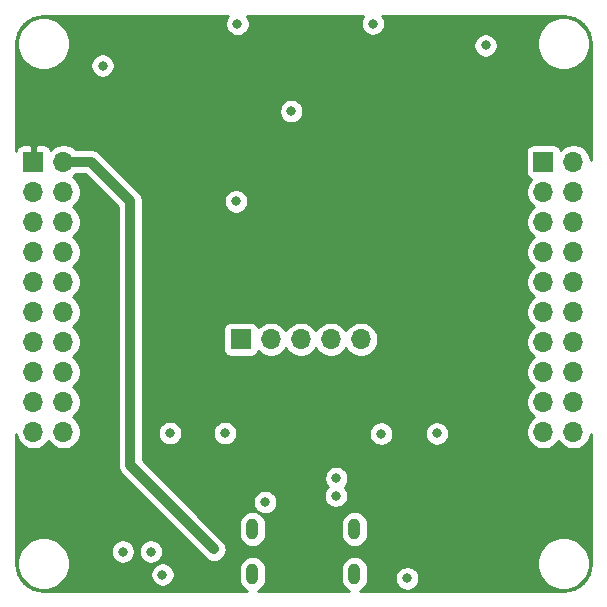
<source format=gbr>
%TF.GenerationSoftware,KiCad,Pcbnew,(5.1.10-1-10_14)*%
%TF.CreationDate,2021-10-31T18:44:30+08:00*%
%TF.ProjectId,esp32solo_devboard,65737033-3273-46f6-9c6f-5f646576626f,rev?*%
%TF.SameCoordinates,Original*%
%TF.FileFunction,Copper,L3,Inr*%
%TF.FilePolarity,Positive*%
%FSLAX46Y46*%
G04 Gerber Fmt 4.6, Leading zero omitted, Abs format (unit mm)*
G04 Created by KiCad (PCBNEW (5.1.10-1-10_14)) date 2021-10-31 18:44:30*
%MOMM*%
%LPD*%
G01*
G04 APERTURE LIST*
%TA.AperFunction,ComponentPad*%
%ADD10O,1.700000X1.700000*%
%TD*%
%TA.AperFunction,ComponentPad*%
%ADD11R,1.700000X1.700000*%
%TD*%
%TA.AperFunction,ComponentPad*%
%ADD12O,0.999998X1.799996*%
%TD*%
%TA.AperFunction,ViaPad*%
%ADD13C,0.800000*%
%TD*%
%TA.AperFunction,Conductor*%
%ADD14C,0.850000*%
%TD*%
%TA.AperFunction,Conductor*%
%ADD15C,0.254000*%
%TD*%
%TA.AperFunction,Conductor*%
%ADD16C,0.100000*%
%TD*%
G04 APERTURE END LIST*
D10*
%TO.N,EN*%
%TO.C,J3*%
X129860000Y-78030000D03*
%TO.N,IO0*%
X127320000Y-78030000D03*
%TO.N,TXD0*%
X124780000Y-78030000D03*
%TO.N,RXD0*%
X122240000Y-78030000D03*
D11*
%TO.N,GND*%
X119700000Y-78030000D03*
%TD*%
D10*
%TO.N,SD1*%
%TO.C,J2*%
X147860000Y-85860000D03*
%TO.N,SD0*%
X145320000Y-85860000D03*
%TO.N,IO2*%
X147860000Y-83320000D03*
%TO.N,IO15*%
X145320000Y-83320000D03*
%TO.N,IO4*%
X147860000Y-80780000D03*
%TO.N,IO0*%
X145320000Y-80780000D03*
%TO.N,IO17*%
X147860000Y-78240000D03*
%TO.N,IO16*%
X145320000Y-78240000D03*
%TO.N,IO18*%
X147860000Y-75700000D03*
%TO.N,IO5*%
X145320000Y-75700000D03*
%TO.N,EN*%
X147860000Y-73160000D03*
%TO.N,IO19*%
X145320000Y-73160000D03*
%TO.N,RXD0*%
X147860000Y-70620000D03*
%TO.N,IO21*%
X145320000Y-70620000D03*
%TO.N,IO22*%
X147860000Y-68080000D03*
%TO.N,TXD0*%
X145320000Y-68080000D03*
%TO.N,GND*%
X147860000Y-65540000D03*
%TO.N,IO23*%
X145320000Y-65540000D03*
%TO.N,GND*%
X147860000Y-63000000D03*
D11*
X145320000Y-63000000D03*
%TD*%
D10*
%TO.N,CLK*%
%TO.C,J1*%
X104680000Y-85860000D03*
%TO.N,CMD*%
X102140000Y-85860000D03*
%TO.N,SD3*%
X104680000Y-83320000D03*
%TO.N,SD2*%
X102140000Y-83320000D03*
%TO.N,IO13*%
X104680000Y-80780000D03*
%TO.N,IO12*%
X102140000Y-80780000D03*
%TO.N,IO14*%
X104680000Y-78240000D03*
%TO.N,IO27*%
X102140000Y-78240000D03*
%TO.N,IO26*%
X104680000Y-75700000D03*
%TO.N,IO25*%
X102140000Y-75700000D03*
%TO.N,IO33*%
X104680000Y-73160000D03*
%TO.N,IO32*%
X102140000Y-73160000D03*
%TO.N,IO35*%
X104680000Y-70620000D03*
%TO.N,IO34*%
X102140000Y-70620000D03*
%TO.N,SENSOR_VN*%
X104680000Y-68080000D03*
%TO.N,SENSOR_VP*%
X102140000Y-68080000D03*
%TO.N,GND*%
X104680000Y-65540000D03*
%TO.N,EN*%
X102140000Y-65540000D03*
%TO.N,VBUS*%
X104680000Y-63000000D03*
D11*
%TO.N,+3V3*%
X102140000Y-63000000D03*
%TD*%
D12*
%TO.N,Net-(C1-Pad1)*%
%TO.C,P1*%
X129320159Y-97900047D03*
X129320159Y-94099953D03*
X120680095Y-97900047D03*
X120680095Y-94099953D03*
%TD*%
D13*
%TO.N,GND*%
X123970000Y-58710000D03*
X119290000Y-66340000D03*
X130870000Y-51290000D03*
X119400000Y-51330000D03*
X133780000Y-98260000D03*
X127780000Y-89780000D03*
X127749931Y-91269931D03*
X131580000Y-86020000D03*
X121750000Y-91810000D03*
X113060000Y-97940000D03*
X112075000Y-96005000D03*
X109700000Y-96005000D03*
X107990000Y-54860000D03*
X118340000Y-85980000D03*
%TO.N,EN*%
X113700000Y-85980000D03*
%TO.N,+3V3*%
X119440000Y-53200000D03*
X135550000Y-68790000D03*
X116680000Y-91360000D03*
X109700000Y-93055000D03*
%TO.N,IO0*%
X136299970Y-86000000D03*
%TO.N,IO2*%
X140420000Y-53142500D03*
%TO.N,VBUS*%
X117430000Y-95810000D03*
%TD*%
D14*
%TO.N,VBUS*%
X104680000Y-63000000D02*
X106980000Y-63000000D01*
X106980000Y-63000000D02*
X110330000Y-66350000D01*
X110330000Y-88710000D02*
X117430000Y-95810000D01*
X110330000Y-66350000D02*
X110330000Y-88710000D01*
%TD*%
D15*
%TO.N,+3V3*%
X118596063Y-50670226D02*
X118482795Y-50839744D01*
X118404774Y-51028102D01*
X118365000Y-51228061D01*
X118365000Y-51431939D01*
X118404774Y-51631898D01*
X118482795Y-51820256D01*
X118596063Y-51989774D01*
X118740226Y-52133937D01*
X118909744Y-52247205D01*
X119098102Y-52325226D01*
X119298061Y-52365000D01*
X119501939Y-52365000D01*
X119701898Y-52325226D01*
X119890256Y-52247205D01*
X120059774Y-52133937D01*
X120203937Y-51989774D01*
X120317205Y-51820256D01*
X120395226Y-51631898D01*
X120435000Y-51431939D01*
X120435000Y-51228061D01*
X120395226Y-51028102D01*
X120317205Y-50839744D01*
X120203937Y-50670226D01*
X120193711Y-50660000D01*
X130046169Y-50660000D01*
X129952795Y-50799744D01*
X129874774Y-50988102D01*
X129835000Y-51188061D01*
X129835000Y-51391939D01*
X129874774Y-51591898D01*
X129952795Y-51780256D01*
X130066063Y-51949774D01*
X130210226Y-52093937D01*
X130379744Y-52207205D01*
X130568102Y-52285226D01*
X130768061Y-52325000D01*
X130971939Y-52325000D01*
X131171898Y-52285226D01*
X131360256Y-52207205D01*
X131529774Y-52093937D01*
X131673937Y-51949774D01*
X131787205Y-51780256D01*
X131865226Y-51591898D01*
X131905000Y-51391939D01*
X131905000Y-51188061D01*
X131865226Y-50988102D01*
X131787205Y-50799744D01*
X131693831Y-50660000D01*
X146967721Y-50660000D01*
X147453893Y-50707670D01*
X147890498Y-50839489D01*
X148293185Y-51053600D01*
X148646612Y-51341848D01*
X148937327Y-51693261D01*
X149154242Y-52094439D01*
X149289106Y-52530113D01*
X149340000Y-53014344D01*
X149340000Y-62828605D01*
X149287932Y-62566842D01*
X149175990Y-62296589D01*
X149013475Y-62053368D01*
X148806632Y-61846525D01*
X148563411Y-61684010D01*
X148293158Y-61572068D01*
X148006260Y-61515000D01*
X147713740Y-61515000D01*
X147426842Y-61572068D01*
X147156589Y-61684010D01*
X146913368Y-61846525D01*
X146781513Y-61978380D01*
X146759502Y-61905820D01*
X146700537Y-61795506D01*
X146621185Y-61698815D01*
X146524494Y-61619463D01*
X146414180Y-61560498D01*
X146294482Y-61524188D01*
X146170000Y-61511928D01*
X144470000Y-61511928D01*
X144345518Y-61524188D01*
X144225820Y-61560498D01*
X144115506Y-61619463D01*
X144018815Y-61698815D01*
X143939463Y-61795506D01*
X143880498Y-61905820D01*
X143844188Y-62025518D01*
X143831928Y-62150000D01*
X143831928Y-63850000D01*
X143844188Y-63974482D01*
X143880498Y-64094180D01*
X143939463Y-64204494D01*
X144018815Y-64301185D01*
X144115506Y-64380537D01*
X144225820Y-64439502D01*
X144298380Y-64461513D01*
X144166525Y-64593368D01*
X144004010Y-64836589D01*
X143892068Y-65106842D01*
X143835000Y-65393740D01*
X143835000Y-65686260D01*
X143892068Y-65973158D01*
X144004010Y-66243411D01*
X144166525Y-66486632D01*
X144373368Y-66693475D01*
X144547760Y-66810000D01*
X144373368Y-66926525D01*
X144166525Y-67133368D01*
X144004010Y-67376589D01*
X143892068Y-67646842D01*
X143835000Y-67933740D01*
X143835000Y-68226260D01*
X143892068Y-68513158D01*
X144004010Y-68783411D01*
X144166525Y-69026632D01*
X144373368Y-69233475D01*
X144547760Y-69350000D01*
X144373368Y-69466525D01*
X144166525Y-69673368D01*
X144004010Y-69916589D01*
X143892068Y-70186842D01*
X143835000Y-70473740D01*
X143835000Y-70766260D01*
X143892068Y-71053158D01*
X144004010Y-71323411D01*
X144166525Y-71566632D01*
X144373368Y-71773475D01*
X144547760Y-71890000D01*
X144373368Y-72006525D01*
X144166525Y-72213368D01*
X144004010Y-72456589D01*
X143892068Y-72726842D01*
X143835000Y-73013740D01*
X143835000Y-73306260D01*
X143892068Y-73593158D01*
X144004010Y-73863411D01*
X144166525Y-74106632D01*
X144373368Y-74313475D01*
X144547760Y-74430000D01*
X144373368Y-74546525D01*
X144166525Y-74753368D01*
X144004010Y-74996589D01*
X143892068Y-75266842D01*
X143835000Y-75553740D01*
X143835000Y-75846260D01*
X143892068Y-76133158D01*
X144004010Y-76403411D01*
X144166525Y-76646632D01*
X144373368Y-76853475D01*
X144547760Y-76970000D01*
X144373368Y-77086525D01*
X144166525Y-77293368D01*
X144004010Y-77536589D01*
X143892068Y-77806842D01*
X143835000Y-78093740D01*
X143835000Y-78386260D01*
X143892068Y-78673158D01*
X144004010Y-78943411D01*
X144166525Y-79186632D01*
X144373368Y-79393475D01*
X144547760Y-79510000D01*
X144373368Y-79626525D01*
X144166525Y-79833368D01*
X144004010Y-80076589D01*
X143892068Y-80346842D01*
X143835000Y-80633740D01*
X143835000Y-80926260D01*
X143892068Y-81213158D01*
X144004010Y-81483411D01*
X144166525Y-81726632D01*
X144373368Y-81933475D01*
X144547760Y-82050000D01*
X144373368Y-82166525D01*
X144166525Y-82373368D01*
X144004010Y-82616589D01*
X143892068Y-82886842D01*
X143835000Y-83173740D01*
X143835000Y-83466260D01*
X143892068Y-83753158D01*
X144004010Y-84023411D01*
X144166525Y-84266632D01*
X144373368Y-84473475D01*
X144547760Y-84590000D01*
X144373368Y-84706525D01*
X144166525Y-84913368D01*
X144004010Y-85156589D01*
X143892068Y-85426842D01*
X143835000Y-85713740D01*
X143835000Y-86006260D01*
X143892068Y-86293158D01*
X144004010Y-86563411D01*
X144166525Y-86806632D01*
X144373368Y-87013475D01*
X144616589Y-87175990D01*
X144886842Y-87287932D01*
X145173740Y-87345000D01*
X145466260Y-87345000D01*
X145753158Y-87287932D01*
X146023411Y-87175990D01*
X146266632Y-87013475D01*
X146473475Y-86806632D01*
X146590000Y-86632240D01*
X146706525Y-86806632D01*
X146913368Y-87013475D01*
X147156589Y-87175990D01*
X147426842Y-87287932D01*
X147713740Y-87345000D01*
X148006260Y-87345000D01*
X148293158Y-87287932D01*
X148563411Y-87175990D01*
X148806632Y-87013475D01*
X149013475Y-86806632D01*
X149175990Y-86563411D01*
X149287932Y-86293158D01*
X149340001Y-86031393D01*
X149340001Y-96967711D01*
X149292330Y-97453894D01*
X149160512Y-97890497D01*
X148946399Y-98293186D01*
X148658150Y-98646613D01*
X148306739Y-98937327D01*
X147905564Y-99154240D01*
X147469886Y-99289106D01*
X146985664Y-99340000D01*
X129782276Y-99340000D01*
X129953781Y-99248329D01*
X130126607Y-99106494D01*
X130268442Y-98933668D01*
X130373834Y-98736493D01*
X130438735Y-98522544D01*
X130455158Y-98355797D01*
X130455158Y-98158061D01*
X132745000Y-98158061D01*
X132745000Y-98361939D01*
X132784774Y-98561898D01*
X132862795Y-98750256D01*
X132976063Y-98919774D01*
X133120226Y-99063937D01*
X133289744Y-99177205D01*
X133478102Y-99255226D01*
X133678061Y-99295000D01*
X133881939Y-99295000D01*
X134081898Y-99255226D01*
X134270256Y-99177205D01*
X134439774Y-99063937D01*
X134583937Y-98919774D01*
X134697205Y-98750256D01*
X134775226Y-98561898D01*
X134815000Y-98361939D01*
X134815000Y-98158061D01*
X134775226Y-97958102D01*
X134697205Y-97769744D01*
X134583937Y-97600226D01*
X134439774Y-97456063D01*
X134270256Y-97342795D01*
X134081898Y-97264774D01*
X133881939Y-97225000D01*
X133678061Y-97225000D01*
X133478102Y-97264774D01*
X133289744Y-97342795D01*
X133120226Y-97456063D01*
X132976063Y-97600226D01*
X132862795Y-97769744D01*
X132784774Y-97958102D01*
X132745000Y-98158061D01*
X130455158Y-98158061D01*
X130455158Y-97444296D01*
X130438735Y-97277549D01*
X130373834Y-97063601D01*
X130268442Y-96866426D01*
X130197409Y-96779872D01*
X144765000Y-96779872D01*
X144765000Y-97220128D01*
X144850890Y-97651925D01*
X145019369Y-98058669D01*
X145263962Y-98424729D01*
X145575271Y-98736038D01*
X145941331Y-98980631D01*
X146348075Y-99149110D01*
X146779872Y-99235000D01*
X147220128Y-99235000D01*
X147651925Y-99149110D01*
X148058669Y-98980631D01*
X148424729Y-98736038D01*
X148736038Y-98424729D01*
X148980631Y-98058669D01*
X149149110Y-97651925D01*
X149235000Y-97220128D01*
X149235000Y-96779872D01*
X149149110Y-96348075D01*
X148980631Y-95941331D01*
X148736038Y-95575271D01*
X148424729Y-95263962D01*
X148058669Y-95019369D01*
X147651925Y-94850890D01*
X147220128Y-94765000D01*
X146779872Y-94765000D01*
X146348075Y-94850890D01*
X145941331Y-95019369D01*
X145575271Y-95263962D01*
X145263962Y-95575271D01*
X145019369Y-95941331D01*
X144850890Y-96348075D01*
X144765000Y-96779872D01*
X130197409Y-96779872D01*
X130126607Y-96693600D01*
X129953781Y-96551765D01*
X129756605Y-96446373D01*
X129542657Y-96381472D01*
X129320159Y-96359558D01*
X129097660Y-96381472D01*
X128883712Y-96446373D01*
X128686537Y-96551765D01*
X128513711Y-96693600D01*
X128371876Y-96866426D01*
X128266484Y-97063602D01*
X128201583Y-97277550D01*
X128185160Y-97444297D01*
X128185160Y-98355798D01*
X128201583Y-98522545D01*
X128266484Y-98736493D01*
X128371877Y-98933668D01*
X128513712Y-99106494D01*
X128686538Y-99248329D01*
X128858043Y-99340000D01*
X121142212Y-99340000D01*
X121313717Y-99248329D01*
X121486543Y-99106494D01*
X121628378Y-98933668D01*
X121733770Y-98736493D01*
X121798671Y-98522544D01*
X121815094Y-98355797D01*
X121815094Y-97444296D01*
X121798671Y-97277549D01*
X121733770Y-97063601D01*
X121628378Y-96866426D01*
X121486543Y-96693600D01*
X121313717Y-96551765D01*
X121116541Y-96446373D01*
X120902593Y-96381472D01*
X120680095Y-96359558D01*
X120457596Y-96381472D01*
X120243648Y-96446373D01*
X120046473Y-96551765D01*
X119873647Y-96693600D01*
X119731812Y-96866426D01*
X119626420Y-97063602D01*
X119561519Y-97277550D01*
X119545096Y-97444297D01*
X119545096Y-98355798D01*
X119561519Y-98522545D01*
X119626420Y-98736493D01*
X119731813Y-98933668D01*
X119873648Y-99106494D01*
X120046474Y-99248329D01*
X120217979Y-99340000D01*
X103032279Y-99340000D01*
X102546106Y-99292330D01*
X102109503Y-99160512D01*
X101706814Y-98946399D01*
X101353387Y-98658150D01*
X101062673Y-98306739D01*
X100845760Y-97905564D01*
X100710894Y-97469886D01*
X100660000Y-96985664D01*
X100660000Y-96779872D01*
X100765000Y-96779872D01*
X100765000Y-97220128D01*
X100850890Y-97651925D01*
X101019369Y-98058669D01*
X101263962Y-98424729D01*
X101575271Y-98736038D01*
X101941331Y-98980631D01*
X102348075Y-99149110D01*
X102779872Y-99235000D01*
X103220128Y-99235000D01*
X103651925Y-99149110D01*
X104058669Y-98980631D01*
X104424729Y-98736038D01*
X104736038Y-98424729D01*
X104980631Y-98058669D01*
X105072009Y-97838061D01*
X112025000Y-97838061D01*
X112025000Y-98041939D01*
X112064774Y-98241898D01*
X112142795Y-98430256D01*
X112256063Y-98599774D01*
X112400226Y-98743937D01*
X112569744Y-98857205D01*
X112758102Y-98935226D01*
X112958061Y-98975000D01*
X113161939Y-98975000D01*
X113361898Y-98935226D01*
X113550256Y-98857205D01*
X113719774Y-98743937D01*
X113863937Y-98599774D01*
X113977205Y-98430256D01*
X114055226Y-98241898D01*
X114095000Y-98041939D01*
X114095000Y-97838061D01*
X114055226Y-97638102D01*
X113977205Y-97449744D01*
X113863937Y-97280226D01*
X113719774Y-97136063D01*
X113550256Y-97022795D01*
X113361898Y-96944774D01*
X113161939Y-96905000D01*
X112958061Y-96905000D01*
X112758102Y-96944774D01*
X112569744Y-97022795D01*
X112400226Y-97136063D01*
X112256063Y-97280226D01*
X112142795Y-97449744D01*
X112064774Y-97638102D01*
X112025000Y-97838061D01*
X105072009Y-97838061D01*
X105149110Y-97651925D01*
X105235000Y-97220128D01*
X105235000Y-96779872D01*
X105149110Y-96348075D01*
X104980631Y-95941331D01*
X104955060Y-95903061D01*
X108665000Y-95903061D01*
X108665000Y-96106939D01*
X108704774Y-96306898D01*
X108782795Y-96495256D01*
X108896063Y-96664774D01*
X109040226Y-96808937D01*
X109209744Y-96922205D01*
X109398102Y-97000226D01*
X109598061Y-97040000D01*
X109801939Y-97040000D01*
X110001898Y-97000226D01*
X110190256Y-96922205D01*
X110359774Y-96808937D01*
X110503937Y-96664774D01*
X110617205Y-96495256D01*
X110695226Y-96306898D01*
X110735000Y-96106939D01*
X110735000Y-95903061D01*
X111040000Y-95903061D01*
X111040000Y-96106939D01*
X111079774Y-96306898D01*
X111157795Y-96495256D01*
X111271063Y-96664774D01*
X111415226Y-96808937D01*
X111584744Y-96922205D01*
X111773102Y-97000226D01*
X111973061Y-97040000D01*
X112176939Y-97040000D01*
X112376898Y-97000226D01*
X112565256Y-96922205D01*
X112734774Y-96808937D01*
X112878937Y-96664774D01*
X112992205Y-96495256D01*
X113070226Y-96306898D01*
X113110000Y-96106939D01*
X113110000Y-95903061D01*
X113070226Y-95703102D01*
X112992205Y-95514744D01*
X112878937Y-95345226D01*
X112734774Y-95201063D01*
X112565256Y-95087795D01*
X112376898Y-95009774D01*
X112176939Y-94970000D01*
X111973061Y-94970000D01*
X111773102Y-95009774D01*
X111584744Y-95087795D01*
X111415226Y-95201063D01*
X111271063Y-95345226D01*
X111157795Y-95514744D01*
X111079774Y-95703102D01*
X111040000Y-95903061D01*
X110735000Y-95903061D01*
X110695226Y-95703102D01*
X110617205Y-95514744D01*
X110503937Y-95345226D01*
X110359774Y-95201063D01*
X110190256Y-95087795D01*
X110001898Y-95009774D01*
X109801939Y-94970000D01*
X109598061Y-94970000D01*
X109398102Y-95009774D01*
X109209744Y-95087795D01*
X109040226Y-95201063D01*
X108896063Y-95345226D01*
X108782795Y-95514744D01*
X108704774Y-95703102D01*
X108665000Y-95903061D01*
X104955060Y-95903061D01*
X104736038Y-95575271D01*
X104424729Y-95263962D01*
X104058669Y-95019369D01*
X103651925Y-94850890D01*
X103220128Y-94765000D01*
X102779872Y-94765000D01*
X102348075Y-94850890D01*
X101941331Y-95019369D01*
X101575271Y-95263962D01*
X101263962Y-95575271D01*
X101019369Y-95941331D01*
X100850890Y-96348075D01*
X100765000Y-96779872D01*
X100660000Y-96779872D01*
X100660000Y-86031397D01*
X100712068Y-86293158D01*
X100824010Y-86563411D01*
X100986525Y-86806632D01*
X101193368Y-87013475D01*
X101436589Y-87175990D01*
X101706842Y-87287932D01*
X101993740Y-87345000D01*
X102286260Y-87345000D01*
X102573158Y-87287932D01*
X102843411Y-87175990D01*
X103086632Y-87013475D01*
X103293475Y-86806632D01*
X103410000Y-86632240D01*
X103526525Y-86806632D01*
X103733368Y-87013475D01*
X103976589Y-87175990D01*
X104246842Y-87287932D01*
X104533740Y-87345000D01*
X104826260Y-87345000D01*
X105113158Y-87287932D01*
X105383411Y-87175990D01*
X105626632Y-87013475D01*
X105833475Y-86806632D01*
X105995990Y-86563411D01*
X106107932Y-86293158D01*
X106165000Y-86006260D01*
X106165000Y-85713740D01*
X106107932Y-85426842D01*
X105995990Y-85156589D01*
X105833475Y-84913368D01*
X105626632Y-84706525D01*
X105452240Y-84590000D01*
X105626632Y-84473475D01*
X105833475Y-84266632D01*
X105995990Y-84023411D01*
X106107932Y-83753158D01*
X106165000Y-83466260D01*
X106165000Y-83173740D01*
X106107932Y-82886842D01*
X105995990Y-82616589D01*
X105833475Y-82373368D01*
X105626632Y-82166525D01*
X105452240Y-82050000D01*
X105626632Y-81933475D01*
X105833475Y-81726632D01*
X105995990Y-81483411D01*
X106107932Y-81213158D01*
X106165000Y-80926260D01*
X106165000Y-80633740D01*
X106107932Y-80346842D01*
X105995990Y-80076589D01*
X105833475Y-79833368D01*
X105626632Y-79626525D01*
X105452240Y-79510000D01*
X105626632Y-79393475D01*
X105833475Y-79186632D01*
X105995990Y-78943411D01*
X106107932Y-78673158D01*
X106165000Y-78386260D01*
X106165000Y-78093740D01*
X106107932Y-77806842D01*
X105995990Y-77536589D01*
X105833475Y-77293368D01*
X105626632Y-77086525D01*
X105452240Y-76970000D01*
X105626632Y-76853475D01*
X105833475Y-76646632D01*
X105995990Y-76403411D01*
X106107932Y-76133158D01*
X106165000Y-75846260D01*
X106165000Y-75553740D01*
X106107932Y-75266842D01*
X105995990Y-74996589D01*
X105833475Y-74753368D01*
X105626632Y-74546525D01*
X105452240Y-74430000D01*
X105626632Y-74313475D01*
X105833475Y-74106632D01*
X105995990Y-73863411D01*
X106107932Y-73593158D01*
X106165000Y-73306260D01*
X106165000Y-73013740D01*
X106107932Y-72726842D01*
X105995990Y-72456589D01*
X105833475Y-72213368D01*
X105626632Y-72006525D01*
X105452240Y-71890000D01*
X105626632Y-71773475D01*
X105833475Y-71566632D01*
X105995990Y-71323411D01*
X106107932Y-71053158D01*
X106165000Y-70766260D01*
X106165000Y-70473740D01*
X106107932Y-70186842D01*
X105995990Y-69916589D01*
X105833475Y-69673368D01*
X105626632Y-69466525D01*
X105452240Y-69350000D01*
X105626632Y-69233475D01*
X105833475Y-69026632D01*
X105995990Y-68783411D01*
X106107932Y-68513158D01*
X106165000Y-68226260D01*
X106165000Y-67933740D01*
X106107932Y-67646842D01*
X105995990Y-67376589D01*
X105833475Y-67133368D01*
X105626632Y-66926525D01*
X105452240Y-66810000D01*
X105626632Y-66693475D01*
X105833475Y-66486632D01*
X105995990Y-66243411D01*
X106107932Y-65973158D01*
X106165000Y-65686260D01*
X106165000Y-65393740D01*
X106107932Y-65106842D01*
X105995990Y-64836589D01*
X105833475Y-64593368D01*
X105626632Y-64386525D01*
X105452240Y-64270000D01*
X105626632Y-64153475D01*
X105720107Y-64060000D01*
X106540935Y-64060000D01*
X109270000Y-66789067D01*
X109270001Y-88657934D01*
X109264873Y-88710000D01*
X109285339Y-88917796D01*
X109345950Y-89117606D01*
X109437960Y-89289744D01*
X109444379Y-89301753D01*
X109576842Y-89463159D01*
X109617284Y-89496349D01*
X116717282Y-96596349D01*
X116838246Y-96695621D01*
X117022393Y-96794049D01*
X117222203Y-96854661D01*
X117429999Y-96875127D01*
X117637796Y-96854661D01*
X117837606Y-96794049D01*
X118021753Y-96695621D01*
X118183159Y-96563159D01*
X118315621Y-96401753D01*
X118414049Y-96217606D01*
X118474661Y-96017796D01*
X118495127Y-95809999D01*
X118474661Y-95602203D01*
X118414049Y-95402393D01*
X118315621Y-95218246D01*
X118216349Y-95097282D01*
X116763270Y-93644203D01*
X119545096Y-93644203D01*
X119545096Y-94555704D01*
X119561519Y-94722451D01*
X119626420Y-94936399D01*
X119731813Y-95133574D01*
X119873648Y-95306400D01*
X120046474Y-95448235D01*
X120243649Y-95553627D01*
X120457597Y-95618528D01*
X120680095Y-95640442D01*
X120902594Y-95618528D01*
X121116542Y-95553627D01*
X121313717Y-95448235D01*
X121486543Y-95306400D01*
X121628378Y-95133574D01*
X121733770Y-94936399D01*
X121798671Y-94722450D01*
X121815094Y-94555703D01*
X121815094Y-93644203D01*
X128185160Y-93644203D01*
X128185160Y-94555704D01*
X128201583Y-94722451D01*
X128266484Y-94936399D01*
X128371877Y-95133574D01*
X128513712Y-95306400D01*
X128686538Y-95448235D01*
X128883713Y-95553627D01*
X129097661Y-95618528D01*
X129320159Y-95640442D01*
X129542658Y-95618528D01*
X129756606Y-95553627D01*
X129953781Y-95448235D01*
X130126607Y-95306400D01*
X130268442Y-95133574D01*
X130373834Y-94936399D01*
X130438735Y-94722450D01*
X130455158Y-94555703D01*
X130455158Y-93644202D01*
X130438735Y-93477455D01*
X130373834Y-93263507D01*
X130268442Y-93066332D01*
X130126607Y-92893506D01*
X129953781Y-92751671D01*
X129756605Y-92646279D01*
X129542657Y-92581378D01*
X129320159Y-92559464D01*
X129097660Y-92581378D01*
X128883712Y-92646279D01*
X128686537Y-92751671D01*
X128513711Y-92893506D01*
X128371876Y-93066332D01*
X128266484Y-93263508D01*
X128201583Y-93477456D01*
X128185160Y-93644203D01*
X121815094Y-93644203D01*
X121815094Y-93644202D01*
X121798671Y-93477455D01*
X121733770Y-93263507D01*
X121628378Y-93066332D01*
X121486543Y-92893506D01*
X121313717Y-92751671D01*
X121296180Y-92742298D01*
X121448102Y-92805226D01*
X121648061Y-92845000D01*
X121851939Y-92845000D01*
X122051898Y-92805226D01*
X122240256Y-92727205D01*
X122409774Y-92613937D01*
X122553937Y-92469774D01*
X122667205Y-92300256D01*
X122745226Y-92111898D01*
X122785000Y-91911939D01*
X122785000Y-91708061D01*
X122745226Y-91508102D01*
X122667205Y-91319744D01*
X122565808Y-91167992D01*
X126714931Y-91167992D01*
X126714931Y-91371870D01*
X126754705Y-91571829D01*
X126832726Y-91760187D01*
X126945994Y-91929705D01*
X127090157Y-92073868D01*
X127259675Y-92187136D01*
X127448033Y-92265157D01*
X127647992Y-92304931D01*
X127851870Y-92304931D01*
X128051829Y-92265157D01*
X128240187Y-92187136D01*
X128409705Y-92073868D01*
X128553868Y-91929705D01*
X128667136Y-91760187D01*
X128745157Y-91571829D01*
X128784931Y-91371870D01*
X128784931Y-91167992D01*
X128745157Y-90968033D01*
X128667136Y-90779675D01*
X128553868Y-90610157D01*
X128483711Y-90540000D01*
X128583937Y-90439774D01*
X128697205Y-90270256D01*
X128775226Y-90081898D01*
X128815000Y-89881939D01*
X128815000Y-89678061D01*
X128775226Y-89478102D01*
X128697205Y-89289744D01*
X128583937Y-89120226D01*
X128439774Y-88976063D01*
X128270256Y-88862795D01*
X128081898Y-88784774D01*
X127881939Y-88745000D01*
X127678061Y-88745000D01*
X127478102Y-88784774D01*
X127289744Y-88862795D01*
X127120226Y-88976063D01*
X126976063Y-89120226D01*
X126862795Y-89289744D01*
X126784774Y-89478102D01*
X126745000Y-89678061D01*
X126745000Y-89881939D01*
X126784774Y-90081898D01*
X126862795Y-90270256D01*
X126976063Y-90439774D01*
X127046220Y-90509931D01*
X126945994Y-90610157D01*
X126832726Y-90779675D01*
X126754705Y-90968033D01*
X126714931Y-91167992D01*
X122565808Y-91167992D01*
X122553937Y-91150226D01*
X122409774Y-91006063D01*
X122240256Y-90892795D01*
X122051898Y-90814774D01*
X121851939Y-90775000D01*
X121648061Y-90775000D01*
X121448102Y-90814774D01*
X121259744Y-90892795D01*
X121090226Y-91006063D01*
X120946063Y-91150226D01*
X120832795Y-91319744D01*
X120754774Y-91508102D01*
X120715000Y-91708061D01*
X120715000Y-91911939D01*
X120754774Y-92111898D01*
X120832795Y-92300256D01*
X120946063Y-92469774D01*
X121090226Y-92613937D01*
X121226954Y-92705296D01*
X121116541Y-92646279D01*
X120902593Y-92581378D01*
X120680095Y-92559464D01*
X120457596Y-92581378D01*
X120243648Y-92646279D01*
X120046473Y-92751671D01*
X119873647Y-92893506D01*
X119731812Y-93066332D01*
X119626420Y-93263508D01*
X119561519Y-93477456D01*
X119545096Y-93644203D01*
X116763270Y-93644203D01*
X111390000Y-88270935D01*
X111390000Y-85878061D01*
X112665000Y-85878061D01*
X112665000Y-86081939D01*
X112704774Y-86281898D01*
X112782795Y-86470256D01*
X112896063Y-86639774D01*
X113040226Y-86783937D01*
X113209744Y-86897205D01*
X113398102Y-86975226D01*
X113598061Y-87015000D01*
X113801939Y-87015000D01*
X114001898Y-86975226D01*
X114190256Y-86897205D01*
X114359774Y-86783937D01*
X114503937Y-86639774D01*
X114617205Y-86470256D01*
X114695226Y-86281898D01*
X114735000Y-86081939D01*
X114735000Y-85878061D01*
X117305000Y-85878061D01*
X117305000Y-86081939D01*
X117344774Y-86281898D01*
X117422795Y-86470256D01*
X117536063Y-86639774D01*
X117680226Y-86783937D01*
X117849744Y-86897205D01*
X118038102Y-86975226D01*
X118238061Y-87015000D01*
X118441939Y-87015000D01*
X118641898Y-86975226D01*
X118830256Y-86897205D01*
X118999774Y-86783937D01*
X119143937Y-86639774D01*
X119257205Y-86470256D01*
X119335226Y-86281898D01*
X119375000Y-86081939D01*
X119375000Y-85918061D01*
X130545000Y-85918061D01*
X130545000Y-86121939D01*
X130584774Y-86321898D01*
X130662795Y-86510256D01*
X130776063Y-86679774D01*
X130920226Y-86823937D01*
X131089744Y-86937205D01*
X131278102Y-87015226D01*
X131478061Y-87055000D01*
X131681939Y-87055000D01*
X131881898Y-87015226D01*
X132070256Y-86937205D01*
X132239774Y-86823937D01*
X132383937Y-86679774D01*
X132497205Y-86510256D01*
X132575226Y-86321898D01*
X132615000Y-86121939D01*
X132615000Y-85918061D01*
X132611022Y-85898061D01*
X135264970Y-85898061D01*
X135264970Y-86101939D01*
X135304744Y-86301898D01*
X135382765Y-86490256D01*
X135496033Y-86659774D01*
X135640196Y-86803937D01*
X135809714Y-86917205D01*
X135998072Y-86995226D01*
X136198031Y-87035000D01*
X136401909Y-87035000D01*
X136601868Y-86995226D01*
X136790226Y-86917205D01*
X136959744Y-86803937D01*
X137103907Y-86659774D01*
X137217175Y-86490256D01*
X137295196Y-86301898D01*
X137334970Y-86101939D01*
X137334970Y-85898061D01*
X137295196Y-85698102D01*
X137217175Y-85509744D01*
X137103907Y-85340226D01*
X136959744Y-85196063D01*
X136790226Y-85082795D01*
X136601868Y-85004774D01*
X136401909Y-84965000D01*
X136198031Y-84965000D01*
X135998072Y-85004774D01*
X135809714Y-85082795D01*
X135640196Y-85196063D01*
X135496033Y-85340226D01*
X135382765Y-85509744D01*
X135304744Y-85698102D01*
X135264970Y-85898061D01*
X132611022Y-85898061D01*
X132575226Y-85718102D01*
X132497205Y-85529744D01*
X132383937Y-85360226D01*
X132239774Y-85216063D01*
X132070256Y-85102795D01*
X131881898Y-85024774D01*
X131681939Y-84985000D01*
X131478061Y-84985000D01*
X131278102Y-85024774D01*
X131089744Y-85102795D01*
X130920226Y-85216063D01*
X130776063Y-85360226D01*
X130662795Y-85529744D01*
X130584774Y-85718102D01*
X130545000Y-85918061D01*
X119375000Y-85918061D01*
X119375000Y-85878061D01*
X119335226Y-85678102D01*
X119257205Y-85489744D01*
X119143937Y-85320226D01*
X118999774Y-85176063D01*
X118830256Y-85062795D01*
X118641898Y-84984774D01*
X118441939Y-84945000D01*
X118238061Y-84945000D01*
X118038102Y-84984774D01*
X117849744Y-85062795D01*
X117680226Y-85176063D01*
X117536063Y-85320226D01*
X117422795Y-85489744D01*
X117344774Y-85678102D01*
X117305000Y-85878061D01*
X114735000Y-85878061D01*
X114695226Y-85678102D01*
X114617205Y-85489744D01*
X114503937Y-85320226D01*
X114359774Y-85176063D01*
X114190256Y-85062795D01*
X114001898Y-84984774D01*
X113801939Y-84945000D01*
X113598061Y-84945000D01*
X113398102Y-84984774D01*
X113209744Y-85062795D01*
X113040226Y-85176063D01*
X112896063Y-85320226D01*
X112782795Y-85489744D01*
X112704774Y-85678102D01*
X112665000Y-85878061D01*
X111390000Y-85878061D01*
X111390000Y-77180000D01*
X118211928Y-77180000D01*
X118211928Y-78880000D01*
X118224188Y-79004482D01*
X118260498Y-79124180D01*
X118319463Y-79234494D01*
X118398815Y-79331185D01*
X118495506Y-79410537D01*
X118605820Y-79469502D01*
X118725518Y-79505812D01*
X118850000Y-79518072D01*
X120550000Y-79518072D01*
X120674482Y-79505812D01*
X120794180Y-79469502D01*
X120904494Y-79410537D01*
X121001185Y-79331185D01*
X121080537Y-79234494D01*
X121139502Y-79124180D01*
X121161513Y-79051620D01*
X121293368Y-79183475D01*
X121536589Y-79345990D01*
X121806842Y-79457932D01*
X122093740Y-79515000D01*
X122386260Y-79515000D01*
X122673158Y-79457932D01*
X122943411Y-79345990D01*
X123186632Y-79183475D01*
X123393475Y-78976632D01*
X123510000Y-78802240D01*
X123626525Y-78976632D01*
X123833368Y-79183475D01*
X124076589Y-79345990D01*
X124346842Y-79457932D01*
X124633740Y-79515000D01*
X124926260Y-79515000D01*
X125213158Y-79457932D01*
X125483411Y-79345990D01*
X125726632Y-79183475D01*
X125933475Y-78976632D01*
X126050000Y-78802240D01*
X126166525Y-78976632D01*
X126373368Y-79183475D01*
X126616589Y-79345990D01*
X126886842Y-79457932D01*
X127173740Y-79515000D01*
X127466260Y-79515000D01*
X127753158Y-79457932D01*
X128023411Y-79345990D01*
X128266632Y-79183475D01*
X128473475Y-78976632D01*
X128590000Y-78802240D01*
X128706525Y-78976632D01*
X128913368Y-79183475D01*
X129156589Y-79345990D01*
X129426842Y-79457932D01*
X129713740Y-79515000D01*
X130006260Y-79515000D01*
X130293158Y-79457932D01*
X130563411Y-79345990D01*
X130806632Y-79183475D01*
X131013475Y-78976632D01*
X131175990Y-78733411D01*
X131287932Y-78463158D01*
X131345000Y-78176260D01*
X131345000Y-77883740D01*
X131287932Y-77596842D01*
X131175990Y-77326589D01*
X131013475Y-77083368D01*
X130806632Y-76876525D01*
X130563411Y-76714010D01*
X130293158Y-76602068D01*
X130006260Y-76545000D01*
X129713740Y-76545000D01*
X129426842Y-76602068D01*
X129156589Y-76714010D01*
X128913368Y-76876525D01*
X128706525Y-77083368D01*
X128590000Y-77257760D01*
X128473475Y-77083368D01*
X128266632Y-76876525D01*
X128023411Y-76714010D01*
X127753158Y-76602068D01*
X127466260Y-76545000D01*
X127173740Y-76545000D01*
X126886842Y-76602068D01*
X126616589Y-76714010D01*
X126373368Y-76876525D01*
X126166525Y-77083368D01*
X126050000Y-77257760D01*
X125933475Y-77083368D01*
X125726632Y-76876525D01*
X125483411Y-76714010D01*
X125213158Y-76602068D01*
X124926260Y-76545000D01*
X124633740Y-76545000D01*
X124346842Y-76602068D01*
X124076589Y-76714010D01*
X123833368Y-76876525D01*
X123626525Y-77083368D01*
X123510000Y-77257760D01*
X123393475Y-77083368D01*
X123186632Y-76876525D01*
X122943411Y-76714010D01*
X122673158Y-76602068D01*
X122386260Y-76545000D01*
X122093740Y-76545000D01*
X121806842Y-76602068D01*
X121536589Y-76714010D01*
X121293368Y-76876525D01*
X121161513Y-77008380D01*
X121139502Y-76935820D01*
X121080537Y-76825506D01*
X121001185Y-76728815D01*
X120904494Y-76649463D01*
X120794180Y-76590498D01*
X120674482Y-76554188D01*
X120550000Y-76541928D01*
X118850000Y-76541928D01*
X118725518Y-76554188D01*
X118605820Y-76590498D01*
X118495506Y-76649463D01*
X118398815Y-76728815D01*
X118319463Y-76825506D01*
X118260498Y-76935820D01*
X118224188Y-77055518D01*
X118211928Y-77180000D01*
X111390000Y-77180000D01*
X111390000Y-66402055D01*
X111395127Y-66349999D01*
X111390000Y-66297943D01*
X111390000Y-66297934D01*
X111384104Y-66238061D01*
X118255000Y-66238061D01*
X118255000Y-66441939D01*
X118294774Y-66641898D01*
X118372795Y-66830256D01*
X118486063Y-66999774D01*
X118630226Y-67143937D01*
X118799744Y-67257205D01*
X118988102Y-67335226D01*
X119188061Y-67375000D01*
X119391939Y-67375000D01*
X119591898Y-67335226D01*
X119780256Y-67257205D01*
X119949774Y-67143937D01*
X120093937Y-66999774D01*
X120207205Y-66830256D01*
X120285226Y-66641898D01*
X120325000Y-66441939D01*
X120325000Y-66238061D01*
X120285226Y-66038102D01*
X120207205Y-65849744D01*
X120093937Y-65680226D01*
X119949774Y-65536063D01*
X119780256Y-65422795D01*
X119591898Y-65344774D01*
X119391939Y-65305000D01*
X119188061Y-65305000D01*
X118988102Y-65344774D01*
X118799744Y-65422795D01*
X118630226Y-65536063D01*
X118486063Y-65680226D01*
X118372795Y-65849744D01*
X118294774Y-66038102D01*
X118255000Y-66238061D01*
X111384104Y-66238061D01*
X111374662Y-66142204D01*
X111314050Y-65942393D01*
X111215622Y-65758247D01*
X111151592Y-65680226D01*
X111116349Y-65637282D01*
X111116345Y-65637278D01*
X111083159Y-65596841D01*
X111042722Y-65563655D01*
X107766354Y-62287288D01*
X107733159Y-62246841D01*
X107571753Y-62114378D01*
X107387607Y-62015950D01*
X107187796Y-61955338D01*
X107032066Y-61940000D01*
X107032056Y-61940000D01*
X106980000Y-61934873D01*
X106927944Y-61940000D01*
X105720107Y-61940000D01*
X105626632Y-61846525D01*
X105383411Y-61684010D01*
X105113158Y-61572068D01*
X104826260Y-61515000D01*
X104533740Y-61515000D01*
X104246842Y-61572068D01*
X103976589Y-61684010D01*
X103733368Y-61846525D01*
X103601513Y-61978380D01*
X103579502Y-61905820D01*
X103520537Y-61795506D01*
X103441185Y-61698815D01*
X103344494Y-61619463D01*
X103234180Y-61560498D01*
X103114482Y-61524188D01*
X102990000Y-61511928D01*
X102425750Y-61515000D01*
X102267000Y-61673750D01*
X102267000Y-62873000D01*
X102287000Y-62873000D01*
X102287000Y-63127000D01*
X102267000Y-63127000D01*
X102267000Y-63147000D01*
X102013000Y-63147000D01*
X102013000Y-63127000D01*
X101993000Y-63127000D01*
X101993000Y-62873000D01*
X102013000Y-62873000D01*
X102013000Y-61673750D01*
X101854250Y-61515000D01*
X101290000Y-61511928D01*
X101165518Y-61524188D01*
X101045820Y-61560498D01*
X100935506Y-61619463D01*
X100838815Y-61698815D01*
X100759463Y-61795506D01*
X100700498Y-61905820D01*
X100664188Y-62025518D01*
X100660000Y-62068041D01*
X100660000Y-58608061D01*
X122935000Y-58608061D01*
X122935000Y-58811939D01*
X122974774Y-59011898D01*
X123052795Y-59200256D01*
X123166063Y-59369774D01*
X123310226Y-59513937D01*
X123479744Y-59627205D01*
X123668102Y-59705226D01*
X123868061Y-59745000D01*
X124071939Y-59745000D01*
X124271898Y-59705226D01*
X124460256Y-59627205D01*
X124629774Y-59513937D01*
X124773937Y-59369774D01*
X124887205Y-59200256D01*
X124965226Y-59011898D01*
X125005000Y-58811939D01*
X125005000Y-58608061D01*
X124965226Y-58408102D01*
X124887205Y-58219744D01*
X124773937Y-58050226D01*
X124629774Y-57906063D01*
X124460256Y-57792795D01*
X124271898Y-57714774D01*
X124071939Y-57675000D01*
X123868061Y-57675000D01*
X123668102Y-57714774D01*
X123479744Y-57792795D01*
X123310226Y-57906063D01*
X123166063Y-58050226D01*
X123052795Y-58219744D01*
X122974774Y-58408102D01*
X122935000Y-58608061D01*
X100660000Y-58608061D01*
X100660000Y-53032279D01*
X100684748Y-52779872D01*
X100765000Y-52779872D01*
X100765000Y-53220128D01*
X100850890Y-53651925D01*
X101019369Y-54058669D01*
X101263962Y-54424729D01*
X101575271Y-54736038D01*
X101941331Y-54980631D01*
X102348075Y-55149110D01*
X102779872Y-55235000D01*
X103220128Y-55235000D01*
X103651925Y-55149110D01*
X104058669Y-54980631D01*
X104391769Y-54758061D01*
X106955000Y-54758061D01*
X106955000Y-54961939D01*
X106994774Y-55161898D01*
X107072795Y-55350256D01*
X107186063Y-55519774D01*
X107330226Y-55663937D01*
X107499744Y-55777205D01*
X107688102Y-55855226D01*
X107888061Y-55895000D01*
X108091939Y-55895000D01*
X108291898Y-55855226D01*
X108480256Y-55777205D01*
X108649774Y-55663937D01*
X108793937Y-55519774D01*
X108907205Y-55350256D01*
X108985226Y-55161898D01*
X109025000Y-54961939D01*
X109025000Y-54758061D01*
X108985226Y-54558102D01*
X108907205Y-54369744D01*
X108793937Y-54200226D01*
X108649774Y-54056063D01*
X108480256Y-53942795D01*
X108291898Y-53864774D01*
X108091939Y-53825000D01*
X107888061Y-53825000D01*
X107688102Y-53864774D01*
X107499744Y-53942795D01*
X107330226Y-54056063D01*
X107186063Y-54200226D01*
X107072795Y-54369744D01*
X106994774Y-54558102D01*
X106955000Y-54758061D01*
X104391769Y-54758061D01*
X104424729Y-54736038D01*
X104736038Y-54424729D01*
X104980631Y-54058669D01*
X105149110Y-53651925D01*
X105235000Y-53220128D01*
X105235000Y-53040561D01*
X139385000Y-53040561D01*
X139385000Y-53244439D01*
X139424774Y-53444398D01*
X139502795Y-53632756D01*
X139616063Y-53802274D01*
X139760226Y-53946437D01*
X139929744Y-54059705D01*
X140118102Y-54137726D01*
X140318061Y-54177500D01*
X140521939Y-54177500D01*
X140721898Y-54137726D01*
X140910256Y-54059705D01*
X141079774Y-53946437D01*
X141223937Y-53802274D01*
X141337205Y-53632756D01*
X141415226Y-53444398D01*
X141455000Y-53244439D01*
X141455000Y-53040561D01*
X141415226Y-52840602D01*
X141390071Y-52779872D01*
X144765000Y-52779872D01*
X144765000Y-53220128D01*
X144850890Y-53651925D01*
X145019369Y-54058669D01*
X145263962Y-54424729D01*
X145575271Y-54736038D01*
X145941331Y-54980631D01*
X146348075Y-55149110D01*
X146779872Y-55235000D01*
X147220128Y-55235000D01*
X147651925Y-55149110D01*
X148058669Y-54980631D01*
X148424729Y-54736038D01*
X148736038Y-54424729D01*
X148980631Y-54058669D01*
X149149110Y-53651925D01*
X149235000Y-53220128D01*
X149235000Y-52779872D01*
X149149110Y-52348075D01*
X148980631Y-51941331D01*
X148736038Y-51575271D01*
X148424729Y-51263962D01*
X148058669Y-51019369D01*
X147651925Y-50850890D01*
X147220128Y-50765000D01*
X146779872Y-50765000D01*
X146348075Y-50850890D01*
X145941331Y-51019369D01*
X145575271Y-51263962D01*
X145263962Y-51575271D01*
X145019369Y-51941331D01*
X144850890Y-52348075D01*
X144765000Y-52779872D01*
X141390071Y-52779872D01*
X141337205Y-52652244D01*
X141223937Y-52482726D01*
X141079774Y-52338563D01*
X140910256Y-52225295D01*
X140721898Y-52147274D01*
X140521939Y-52107500D01*
X140318061Y-52107500D01*
X140118102Y-52147274D01*
X139929744Y-52225295D01*
X139760226Y-52338563D01*
X139616063Y-52482726D01*
X139502795Y-52652244D01*
X139424774Y-52840602D01*
X139385000Y-53040561D01*
X105235000Y-53040561D01*
X105235000Y-52779872D01*
X105149110Y-52348075D01*
X104980631Y-51941331D01*
X104736038Y-51575271D01*
X104424729Y-51263962D01*
X104058669Y-51019369D01*
X103651925Y-50850890D01*
X103220128Y-50765000D01*
X102779872Y-50765000D01*
X102348075Y-50850890D01*
X101941331Y-51019369D01*
X101575271Y-51263962D01*
X101263962Y-51575271D01*
X101019369Y-51941331D01*
X100850890Y-52348075D01*
X100765000Y-52779872D01*
X100684748Y-52779872D01*
X100707670Y-52546107D01*
X100839489Y-52109502D01*
X101053600Y-51706815D01*
X101341848Y-51353388D01*
X101693261Y-51062673D01*
X102094439Y-50845758D01*
X102530113Y-50710894D01*
X103014344Y-50660000D01*
X118606289Y-50660000D01*
X118596063Y-50670226D01*
%TA.AperFunction,Conductor*%
D16*
G36*
X118596063Y-50670226D02*
G01*
X118482795Y-50839744D01*
X118404774Y-51028102D01*
X118365000Y-51228061D01*
X118365000Y-51431939D01*
X118404774Y-51631898D01*
X118482795Y-51820256D01*
X118596063Y-51989774D01*
X118740226Y-52133937D01*
X118909744Y-52247205D01*
X119098102Y-52325226D01*
X119298061Y-52365000D01*
X119501939Y-52365000D01*
X119701898Y-52325226D01*
X119890256Y-52247205D01*
X120059774Y-52133937D01*
X120203937Y-51989774D01*
X120317205Y-51820256D01*
X120395226Y-51631898D01*
X120435000Y-51431939D01*
X120435000Y-51228061D01*
X120395226Y-51028102D01*
X120317205Y-50839744D01*
X120203937Y-50670226D01*
X120193711Y-50660000D01*
X130046169Y-50660000D01*
X129952795Y-50799744D01*
X129874774Y-50988102D01*
X129835000Y-51188061D01*
X129835000Y-51391939D01*
X129874774Y-51591898D01*
X129952795Y-51780256D01*
X130066063Y-51949774D01*
X130210226Y-52093937D01*
X130379744Y-52207205D01*
X130568102Y-52285226D01*
X130768061Y-52325000D01*
X130971939Y-52325000D01*
X131171898Y-52285226D01*
X131360256Y-52207205D01*
X131529774Y-52093937D01*
X131673937Y-51949774D01*
X131787205Y-51780256D01*
X131865226Y-51591898D01*
X131905000Y-51391939D01*
X131905000Y-51188061D01*
X131865226Y-50988102D01*
X131787205Y-50799744D01*
X131693831Y-50660000D01*
X146967721Y-50660000D01*
X147453893Y-50707670D01*
X147890498Y-50839489D01*
X148293185Y-51053600D01*
X148646612Y-51341848D01*
X148937327Y-51693261D01*
X149154242Y-52094439D01*
X149289106Y-52530113D01*
X149340000Y-53014344D01*
X149340000Y-62828605D01*
X149287932Y-62566842D01*
X149175990Y-62296589D01*
X149013475Y-62053368D01*
X148806632Y-61846525D01*
X148563411Y-61684010D01*
X148293158Y-61572068D01*
X148006260Y-61515000D01*
X147713740Y-61515000D01*
X147426842Y-61572068D01*
X147156589Y-61684010D01*
X146913368Y-61846525D01*
X146781513Y-61978380D01*
X146759502Y-61905820D01*
X146700537Y-61795506D01*
X146621185Y-61698815D01*
X146524494Y-61619463D01*
X146414180Y-61560498D01*
X146294482Y-61524188D01*
X146170000Y-61511928D01*
X144470000Y-61511928D01*
X144345518Y-61524188D01*
X144225820Y-61560498D01*
X144115506Y-61619463D01*
X144018815Y-61698815D01*
X143939463Y-61795506D01*
X143880498Y-61905820D01*
X143844188Y-62025518D01*
X143831928Y-62150000D01*
X143831928Y-63850000D01*
X143844188Y-63974482D01*
X143880498Y-64094180D01*
X143939463Y-64204494D01*
X144018815Y-64301185D01*
X144115506Y-64380537D01*
X144225820Y-64439502D01*
X144298380Y-64461513D01*
X144166525Y-64593368D01*
X144004010Y-64836589D01*
X143892068Y-65106842D01*
X143835000Y-65393740D01*
X143835000Y-65686260D01*
X143892068Y-65973158D01*
X144004010Y-66243411D01*
X144166525Y-66486632D01*
X144373368Y-66693475D01*
X144547760Y-66810000D01*
X144373368Y-66926525D01*
X144166525Y-67133368D01*
X144004010Y-67376589D01*
X143892068Y-67646842D01*
X143835000Y-67933740D01*
X143835000Y-68226260D01*
X143892068Y-68513158D01*
X144004010Y-68783411D01*
X144166525Y-69026632D01*
X144373368Y-69233475D01*
X144547760Y-69350000D01*
X144373368Y-69466525D01*
X144166525Y-69673368D01*
X144004010Y-69916589D01*
X143892068Y-70186842D01*
X143835000Y-70473740D01*
X143835000Y-70766260D01*
X143892068Y-71053158D01*
X144004010Y-71323411D01*
X144166525Y-71566632D01*
X144373368Y-71773475D01*
X144547760Y-71890000D01*
X144373368Y-72006525D01*
X144166525Y-72213368D01*
X144004010Y-72456589D01*
X143892068Y-72726842D01*
X143835000Y-73013740D01*
X143835000Y-73306260D01*
X143892068Y-73593158D01*
X144004010Y-73863411D01*
X144166525Y-74106632D01*
X144373368Y-74313475D01*
X144547760Y-74430000D01*
X144373368Y-74546525D01*
X144166525Y-74753368D01*
X144004010Y-74996589D01*
X143892068Y-75266842D01*
X143835000Y-75553740D01*
X143835000Y-75846260D01*
X143892068Y-76133158D01*
X144004010Y-76403411D01*
X144166525Y-76646632D01*
X144373368Y-76853475D01*
X144547760Y-76970000D01*
X144373368Y-77086525D01*
X144166525Y-77293368D01*
X144004010Y-77536589D01*
X143892068Y-77806842D01*
X143835000Y-78093740D01*
X143835000Y-78386260D01*
X143892068Y-78673158D01*
X144004010Y-78943411D01*
X144166525Y-79186632D01*
X144373368Y-79393475D01*
X144547760Y-79510000D01*
X144373368Y-79626525D01*
X144166525Y-79833368D01*
X144004010Y-80076589D01*
X143892068Y-80346842D01*
X143835000Y-80633740D01*
X143835000Y-80926260D01*
X143892068Y-81213158D01*
X144004010Y-81483411D01*
X144166525Y-81726632D01*
X144373368Y-81933475D01*
X144547760Y-82050000D01*
X144373368Y-82166525D01*
X144166525Y-82373368D01*
X144004010Y-82616589D01*
X143892068Y-82886842D01*
X143835000Y-83173740D01*
X143835000Y-83466260D01*
X143892068Y-83753158D01*
X144004010Y-84023411D01*
X144166525Y-84266632D01*
X144373368Y-84473475D01*
X144547760Y-84590000D01*
X144373368Y-84706525D01*
X144166525Y-84913368D01*
X144004010Y-85156589D01*
X143892068Y-85426842D01*
X143835000Y-85713740D01*
X143835000Y-86006260D01*
X143892068Y-86293158D01*
X144004010Y-86563411D01*
X144166525Y-86806632D01*
X144373368Y-87013475D01*
X144616589Y-87175990D01*
X144886842Y-87287932D01*
X145173740Y-87345000D01*
X145466260Y-87345000D01*
X145753158Y-87287932D01*
X146023411Y-87175990D01*
X146266632Y-87013475D01*
X146473475Y-86806632D01*
X146590000Y-86632240D01*
X146706525Y-86806632D01*
X146913368Y-87013475D01*
X147156589Y-87175990D01*
X147426842Y-87287932D01*
X147713740Y-87345000D01*
X148006260Y-87345000D01*
X148293158Y-87287932D01*
X148563411Y-87175990D01*
X148806632Y-87013475D01*
X149013475Y-86806632D01*
X149175990Y-86563411D01*
X149287932Y-86293158D01*
X149340001Y-86031393D01*
X149340001Y-96967711D01*
X149292330Y-97453894D01*
X149160512Y-97890497D01*
X148946399Y-98293186D01*
X148658150Y-98646613D01*
X148306739Y-98937327D01*
X147905564Y-99154240D01*
X147469886Y-99289106D01*
X146985664Y-99340000D01*
X129782276Y-99340000D01*
X129953781Y-99248329D01*
X130126607Y-99106494D01*
X130268442Y-98933668D01*
X130373834Y-98736493D01*
X130438735Y-98522544D01*
X130455158Y-98355797D01*
X130455158Y-98158061D01*
X132745000Y-98158061D01*
X132745000Y-98361939D01*
X132784774Y-98561898D01*
X132862795Y-98750256D01*
X132976063Y-98919774D01*
X133120226Y-99063937D01*
X133289744Y-99177205D01*
X133478102Y-99255226D01*
X133678061Y-99295000D01*
X133881939Y-99295000D01*
X134081898Y-99255226D01*
X134270256Y-99177205D01*
X134439774Y-99063937D01*
X134583937Y-98919774D01*
X134697205Y-98750256D01*
X134775226Y-98561898D01*
X134815000Y-98361939D01*
X134815000Y-98158061D01*
X134775226Y-97958102D01*
X134697205Y-97769744D01*
X134583937Y-97600226D01*
X134439774Y-97456063D01*
X134270256Y-97342795D01*
X134081898Y-97264774D01*
X133881939Y-97225000D01*
X133678061Y-97225000D01*
X133478102Y-97264774D01*
X133289744Y-97342795D01*
X133120226Y-97456063D01*
X132976063Y-97600226D01*
X132862795Y-97769744D01*
X132784774Y-97958102D01*
X132745000Y-98158061D01*
X130455158Y-98158061D01*
X130455158Y-97444296D01*
X130438735Y-97277549D01*
X130373834Y-97063601D01*
X130268442Y-96866426D01*
X130197409Y-96779872D01*
X144765000Y-96779872D01*
X144765000Y-97220128D01*
X144850890Y-97651925D01*
X145019369Y-98058669D01*
X145263962Y-98424729D01*
X145575271Y-98736038D01*
X145941331Y-98980631D01*
X146348075Y-99149110D01*
X146779872Y-99235000D01*
X147220128Y-99235000D01*
X147651925Y-99149110D01*
X148058669Y-98980631D01*
X148424729Y-98736038D01*
X148736038Y-98424729D01*
X148980631Y-98058669D01*
X149149110Y-97651925D01*
X149235000Y-97220128D01*
X149235000Y-96779872D01*
X149149110Y-96348075D01*
X148980631Y-95941331D01*
X148736038Y-95575271D01*
X148424729Y-95263962D01*
X148058669Y-95019369D01*
X147651925Y-94850890D01*
X147220128Y-94765000D01*
X146779872Y-94765000D01*
X146348075Y-94850890D01*
X145941331Y-95019369D01*
X145575271Y-95263962D01*
X145263962Y-95575271D01*
X145019369Y-95941331D01*
X144850890Y-96348075D01*
X144765000Y-96779872D01*
X130197409Y-96779872D01*
X130126607Y-96693600D01*
X129953781Y-96551765D01*
X129756605Y-96446373D01*
X129542657Y-96381472D01*
X129320159Y-96359558D01*
X129097660Y-96381472D01*
X128883712Y-96446373D01*
X128686537Y-96551765D01*
X128513711Y-96693600D01*
X128371876Y-96866426D01*
X128266484Y-97063602D01*
X128201583Y-97277550D01*
X128185160Y-97444297D01*
X128185160Y-98355798D01*
X128201583Y-98522545D01*
X128266484Y-98736493D01*
X128371877Y-98933668D01*
X128513712Y-99106494D01*
X128686538Y-99248329D01*
X128858043Y-99340000D01*
X121142212Y-99340000D01*
X121313717Y-99248329D01*
X121486543Y-99106494D01*
X121628378Y-98933668D01*
X121733770Y-98736493D01*
X121798671Y-98522544D01*
X121815094Y-98355797D01*
X121815094Y-97444296D01*
X121798671Y-97277549D01*
X121733770Y-97063601D01*
X121628378Y-96866426D01*
X121486543Y-96693600D01*
X121313717Y-96551765D01*
X121116541Y-96446373D01*
X120902593Y-96381472D01*
X120680095Y-96359558D01*
X120457596Y-96381472D01*
X120243648Y-96446373D01*
X120046473Y-96551765D01*
X119873647Y-96693600D01*
X119731812Y-96866426D01*
X119626420Y-97063602D01*
X119561519Y-97277550D01*
X119545096Y-97444297D01*
X119545096Y-98355798D01*
X119561519Y-98522545D01*
X119626420Y-98736493D01*
X119731813Y-98933668D01*
X119873648Y-99106494D01*
X120046474Y-99248329D01*
X120217979Y-99340000D01*
X103032279Y-99340000D01*
X102546106Y-99292330D01*
X102109503Y-99160512D01*
X101706814Y-98946399D01*
X101353387Y-98658150D01*
X101062673Y-98306739D01*
X100845760Y-97905564D01*
X100710894Y-97469886D01*
X100660000Y-96985664D01*
X100660000Y-96779872D01*
X100765000Y-96779872D01*
X100765000Y-97220128D01*
X100850890Y-97651925D01*
X101019369Y-98058669D01*
X101263962Y-98424729D01*
X101575271Y-98736038D01*
X101941331Y-98980631D01*
X102348075Y-99149110D01*
X102779872Y-99235000D01*
X103220128Y-99235000D01*
X103651925Y-99149110D01*
X104058669Y-98980631D01*
X104424729Y-98736038D01*
X104736038Y-98424729D01*
X104980631Y-98058669D01*
X105072009Y-97838061D01*
X112025000Y-97838061D01*
X112025000Y-98041939D01*
X112064774Y-98241898D01*
X112142795Y-98430256D01*
X112256063Y-98599774D01*
X112400226Y-98743937D01*
X112569744Y-98857205D01*
X112758102Y-98935226D01*
X112958061Y-98975000D01*
X113161939Y-98975000D01*
X113361898Y-98935226D01*
X113550256Y-98857205D01*
X113719774Y-98743937D01*
X113863937Y-98599774D01*
X113977205Y-98430256D01*
X114055226Y-98241898D01*
X114095000Y-98041939D01*
X114095000Y-97838061D01*
X114055226Y-97638102D01*
X113977205Y-97449744D01*
X113863937Y-97280226D01*
X113719774Y-97136063D01*
X113550256Y-97022795D01*
X113361898Y-96944774D01*
X113161939Y-96905000D01*
X112958061Y-96905000D01*
X112758102Y-96944774D01*
X112569744Y-97022795D01*
X112400226Y-97136063D01*
X112256063Y-97280226D01*
X112142795Y-97449744D01*
X112064774Y-97638102D01*
X112025000Y-97838061D01*
X105072009Y-97838061D01*
X105149110Y-97651925D01*
X105235000Y-97220128D01*
X105235000Y-96779872D01*
X105149110Y-96348075D01*
X104980631Y-95941331D01*
X104955060Y-95903061D01*
X108665000Y-95903061D01*
X108665000Y-96106939D01*
X108704774Y-96306898D01*
X108782795Y-96495256D01*
X108896063Y-96664774D01*
X109040226Y-96808937D01*
X109209744Y-96922205D01*
X109398102Y-97000226D01*
X109598061Y-97040000D01*
X109801939Y-97040000D01*
X110001898Y-97000226D01*
X110190256Y-96922205D01*
X110359774Y-96808937D01*
X110503937Y-96664774D01*
X110617205Y-96495256D01*
X110695226Y-96306898D01*
X110735000Y-96106939D01*
X110735000Y-95903061D01*
X111040000Y-95903061D01*
X111040000Y-96106939D01*
X111079774Y-96306898D01*
X111157795Y-96495256D01*
X111271063Y-96664774D01*
X111415226Y-96808937D01*
X111584744Y-96922205D01*
X111773102Y-97000226D01*
X111973061Y-97040000D01*
X112176939Y-97040000D01*
X112376898Y-97000226D01*
X112565256Y-96922205D01*
X112734774Y-96808937D01*
X112878937Y-96664774D01*
X112992205Y-96495256D01*
X113070226Y-96306898D01*
X113110000Y-96106939D01*
X113110000Y-95903061D01*
X113070226Y-95703102D01*
X112992205Y-95514744D01*
X112878937Y-95345226D01*
X112734774Y-95201063D01*
X112565256Y-95087795D01*
X112376898Y-95009774D01*
X112176939Y-94970000D01*
X111973061Y-94970000D01*
X111773102Y-95009774D01*
X111584744Y-95087795D01*
X111415226Y-95201063D01*
X111271063Y-95345226D01*
X111157795Y-95514744D01*
X111079774Y-95703102D01*
X111040000Y-95903061D01*
X110735000Y-95903061D01*
X110695226Y-95703102D01*
X110617205Y-95514744D01*
X110503937Y-95345226D01*
X110359774Y-95201063D01*
X110190256Y-95087795D01*
X110001898Y-95009774D01*
X109801939Y-94970000D01*
X109598061Y-94970000D01*
X109398102Y-95009774D01*
X109209744Y-95087795D01*
X109040226Y-95201063D01*
X108896063Y-95345226D01*
X108782795Y-95514744D01*
X108704774Y-95703102D01*
X108665000Y-95903061D01*
X104955060Y-95903061D01*
X104736038Y-95575271D01*
X104424729Y-95263962D01*
X104058669Y-95019369D01*
X103651925Y-94850890D01*
X103220128Y-94765000D01*
X102779872Y-94765000D01*
X102348075Y-94850890D01*
X101941331Y-95019369D01*
X101575271Y-95263962D01*
X101263962Y-95575271D01*
X101019369Y-95941331D01*
X100850890Y-96348075D01*
X100765000Y-96779872D01*
X100660000Y-96779872D01*
X100660000Y-86031397D01*
X100712068Y-86293158D01*
X100824010Y-86563411D01*
X100986525Y-86806632D01*
X101193368Y-87013475D01*
X101436589Y-87175990D01*
X101706842Y-87287932D01*
X101993740Y-87345000D01*
X102286260Y-87345000D01*
X102573158Y-87287932D01*
X102843411Y-87175990D01*
X103086632Y-87013475D01*
X103293475Y-86806632D01*
X103410000Y-86632240D01*
X103526525Y-86806632D01*
X103733368Y-87013475D01*
X103976589Y-87175990D01*
X104246842Y-87287932D01*
X104533740Y-87345000D01*
X104826260Y-87345000D01*
X105113158Y-87287932D01*
X105383411Y-87175990D01*
X105626632Y-87013475D01*
X105833475Y-86806632D01*
X105995990Y-86563411D01*
X106107932Y-86293158D01*
X106165000Y-86006260D01*
X106165000Y-85713740D01*
X106107932Y-85426842D01*
X105995990Y-85156589D01*
X105833475Y-84913368D01*
X105626632Y-84706525D01*
X105452240Y-84590000D01*
X105626632Y-84473475D01*
X105833475Y-84266632D01*
X105995990Y-84023411D01*
X106107932Y-83753158D01*
X106165000Y-83466260D01*
X106165000Y-83173740D01*
X106107932Y-82886842D01*
X105995990Y-82616589D01*
X105833475Y-82373368D01*
X105626632Y-82166525D01*
X105452240Y-82050000D01*
X105626632Y-81933475D01*
X105833475Y-81726632D01*
X105995990Y-81483411D01*
X106107932Y-81213158D01*
X106165000Y-80926260D01*
X106165000Y-80633740D01*
X106107932Y-80346842D01*
X105995990Y-80076589D01*
X105833475Y-79833368D01*
X105626632Y-79626525D01*
X105452240Y-79510000D01*
X105626632Y-79393475D01*
X105833475Y-79186632D01*
X105995990Y-78943411D01*
X106107932Y-78673158D01*
X106165000Y-78386260D01*
X106165000Y-78093740D01*
X106107932Y-77806842D01*
X105995990Y-77536589D01*
X105833475Y-77293368D01*
X105626632Y-77086525D01*
X105452240Y-76970000D01*
X105626632Y-76853475D01*
X105833475Y-76646632D01*
X105995990Y-76403411D01*
X106107932Y-76133158D01*
X106165000Y-75846260D01*
X106165000Y-75553740D01*
X106107932Y-75266842D01*
X105995990Y-74996589D01*
X105833475Y-74753368D01*
X105626632Y-74546525D01*
X105452240Y-74430000D01*
X105626632Y-74313475D01*
X105833475Y-74106632D01*
X105995990Y-73863411D01*
X106107932Y-73593158D01*
X106165000Y-73306260D01*
X106165000Y-73013740D01*
X106107932Y-72726842D01*
X105995990Y-72456589D01*
X105833475Y-72213368D01*
X105626632Y-72006525D01*
X105452240Y-71890000D01*
X105626632Y-71773475D01*
X105833475Y-71566632D01*
X105995990Y-71323411D01*
X106107932Y-71053158D01*
X106165000Y-70766260D01*
X106165000Y-70473740D01*
X106107932Y-70186842D01*
X105995990Y-69916589D01*
X105833475Y-69673368D01*
X105626632Y-69466525D01*
X105452240Y-69350000D01*
X105626632Y-69233475D01*
X105833475Y-69026632D01*
X105995990Y-68783411D01*
X106107932Y-68513158D01*
X106165000Y-68226260D01*
X106165000Y-67933740D01*
X106107932Y-67646842D01*
X105995990Y-67376589D01*
X105833475Y-67133368D01*
X105626632Y-66926525D01*
X105452240Y-66810000D01*
X105626632Y-66693475D01*
X105833475Y-66486632D01*
X105995990Y-66243411D01*
X106107932Y-65973158D01*
X106165000Y-65686260D01*
X106165000Y-65393740D01*
X106107932Y-65106842D01*
X105995990Y-64836589D01*
X105833475Y-64593368D01*
X105626632Y-64386525D01*
X105452240Y-64270000D01*
X105626632Y-64153475D01*
X105720107Y-64060000D01*
X106540935Y-64060000D01*
X109270000Y-66789067D01*
X109270001Y-88657934D01*
X109264873Y-88710000D01*
X109285339Y-88917796D01*
X109345950Y-89117606D01*
X109437960Y-89289744D01*
X109444379Y-89301753D01*
X109576842Y-89463159D01*
X109617284Y-89496349D01*
X116717282Y-96596349D01*
X116838246Y-96695621D01*
X117022393Y-96794049D01*
X117222203Y-96854661D01*
X117429999Y-96875127D01*
X117637796Y-96854661D01*
X117837606Y-96794049D01*
X118021753Y-96695621D01*
X118183159Y-96563159D01*
X118315621Y-96401753D01*
X118414049Y-96217606D01*
X118474661Y-96017796D01*
X118495127Y-95809999D01*
X118474661Y-95602203D01*
X118414049Y-95402393D01*
X118315621Y-95218246D01*
X118216349Y-95097282D01*
X116763270Y-93644203D01*
X119545096Y-93644203D01*
X119545096Y-94555704D01*
X119561519Y-94722451D01*
X119626420Y-94936399D01*
X119731813Y-95133574D01*
X119873648Y-95306400D01*
X120046474Y-95448235D01*
X120243649Y-95553627D01*
X120457597Y-95618528D01*
X120680095Y-95640442D01*
X120902594Y-95618528D01*
X121116542Y-95553627D01*
X121313717Y-95448235D01*
X121486543Y-95306400D01*
X121628378Y-95133574D01*
X121733770Y-94936399D01*
X121798671Y-94722450D01*
X121815094Y-94555703D01*
X121815094Y-93644203D01*
X128185160Y-93644203D01*
X128185160Y-94555704D01*
X128201583Y-94722451D01*
X128266484Y-94936399D01*
X128371877Y-95133574D01*
X128513712Y-95306400D01*
X128686538Y-95448235D01*
X128883713Y-95553627D01*
X129097661Y-95618528D01*
X129320159Y-95640442D01*
X129542658Y-95618528D01*
X129756606Y-95553627D01*
X129953781Y-95448235D01*
X130126607Y-95306400D01*
X130268442Y-95133574D01*
X130373834Y-94936399D01*
X130438735Y-94722450D01*
X130455158Y-94555703D01*
X130455158Y-93644202D01*
X130438735Y-93477455D01*
X130373834Y-93263507D01*
X130268442Y-93066332D01*
X130126607Y-92893506D01*
X129953781Y-92751671D01*
X129756605Y-92646279D01*
X129542657Y-92581378D01*
X129320159Y-92559464D01*
X129097660Y-92581378D01*
X128883712Y-92646279D01*
X128686537Y-92751671D01*
X128513711Y-92893506D01*
X128371876Y-93066332D01*
X128266484Y-93263508D01*
X128201583Y-93477456D01*
X128185160Y-93644203D01*
X121815094Y-93644203D01*
X121815094Y-93644202D01*
X121798671Y-93477455D01*
X121733770Y-93263507D01*
X121628378Y-93066332D01*
X121486543Y-92893506D01*
X121313717Y-92751671D01*
X121296180Y-92742298D01*
X121448102Y-92805226D01*
X121648061Y-92845000D01*
X121851939Y-92845000D01*
X122051898Y-92805226D01*
X122240256Y-92727205D01*
X122409774Y-92613937D01*
X122553937Y-92469774D01*
X122667205Y-92300256D01*
X122745226Y-92111898D01*
X122785000Y-91911939D01*
X122785000Y-91708061D01*
X122745226Y-91508102D01*
X122667205Y-91319744D01*
X122565808Y-91167992D01*
X126714931Y-91167992D01*
X126714931Y-91371870D01*
X126754705Y-91571829D01*
X126832726Y-91760187D01*
X126945994Y-91929705D01*
X127090157Y-92073868D01*
X127259675Y-92187136D01*
X127448033Y-92265157D01*
X127647992Y-92304931D01*
X127851870Y-92304931D01*
X128051829Y-92265157D01*
X128240187Y-92187136D01*
X128409705Y-92073868D01*
X128553868Y-91929705D01*
X128667136Y-91760187D01*
X128745157Y-91571829D01*
X128784931Y-91371870D01*
X128784931Y-91167992D01*
X128745157Y-90968033D01*
X128667136Y-90779675D01*
X128553868Y-90610157D01*
X128483711Y-90540000D01*
X128583937Y-90439774D01*
X128697205Y-90270256D01*
X128775226Y-90081898D01*
X128815000Y-89881939D01*
X128815000Y-89678061D01*
X128775226Y-89478102D01*
X128697205Y-89289744D01*
X128583937Y-89120226D01*
X128439774Y-88976063D01*
X128270256Y-88862795D01*
X128081898Y-88784774D01*
X127881939Y-88745000D01*
X127678061Y-88745000D01*
X127478102Y-88784774D01*
X127289744Y-88862795D01*
X127120226Y-88976063D01*
X126976063Y-89120226D01*
X126862795Y-89289744D01*
X126784774Y-89478102D01*
X126745000Y-89678061D01*
X126745000Y-89881939D01*
X126784774Y-90081898D01*
X126862795Y-90270256D01*
X126976063Y-90439774D01*
X127046220Y-90509931D01*
X126945994Y-90610157D01*
X126832726Y-90779675D01*
X126754705Y-90968033D01*
X126714931Y-91167992D01*
X122565808Y-91167992D01*
X122553937Y-91150226D01*
X122409774Y-91006063D01*
X122240256Y-90892795D01*
X122051898Y-90814774D01*
X121851939Y-90775000D01*
X121648061Y-90775000D01*
X121448102Y-90814774D01*
X121259744Y-90892795D01*
X121090226Y-91006063D01*
X120946063Y-91150226D01*
X120832795Y-91319744D01*
X120754774Y-91508102D01*
X120715000Y-91708061D01*
X120715000Y-91911939D01*
X120754774Y-92111898D01*
X120832795Y-92300256D01*
X120946063Y-92469774D01*
X121090226Y-92613937D01*
X121226954Y-92705296D01*
X121116541Y-92646279D01*
X120902593Y-92581378D01*
X120680095Y-92559464D01*
X120457596Y-92581378D01*
X120243648Y-92646279D01*
X120046473Y-92751671D01*
X119873647Y-92893506D01*
X119731812Y-93066332D01*
X119626420Y-93263508D01*
X119561519Y-93477456D01*
X119545096Y-93644203D01*
X116763270Y-93644203D01*
X111390000Y-88270935D01*
X111390000Y-85878061D01*
X112665000Y-85878061D01*
X112665000Y-86081939D01*
X112704774Y-86281898D01*
X112782795Y-86470256D01*
X112896063Y-86639774D01*
X113040226Y-86783937D01*
X113209744Y-86897205D01*
X113398102Y-86975226D01*
X113598061Y-87015000D01*
X113801939Y-87015000D01*
X114001898Y-86975226D01*
X114190256Y-86897205D01*
X114359774Y-86783937D01*
X114503937Y-86639774D01*
X114617205Y-86470256D01*
X114695226Y-86281898D01*
X114735000Y-86081939D01*
X114735000Y-85878061D01*
X117305000Y-85878061D01*
X117305000Y-86081939D01*
X117344774Y-86281898D01*
X117422795Y-86470256D01*
X117536063Y-86639774D01*
X117680226Y-86783937D01*
X117849744Y-86897205D01*
X118038102Y-86975226D01*
X118238061Y-87015000D01*
X118441939Y-87015000D01*
X118641898Y-86975226D01*
X118830256Y-86897205D01*
X118999774Y-86783937D01*
X119143937Y-86639774D01*
X119257205Y-86470256D01*
X119335226Y-86281898D01*
X119375000Y-86081939D01*
X119375000Y-85918061D01*
X130545000Y-85918061D01*
X130545000Y-86121939D01*
X130584774Y-86321898D01*
X130662795Y-86510256D01*
X130776063Y-86679774D01*
X130920226Y-86823937D01*
X131089744Y-86937205D01*
X131278102Y-87015226D01*
X131478061Y-87055000D01*
X131681939Y-87055000D01*
X131881898Y-87015226D01*
X132070256Y-86937205D01*
X132239774Y-86823937D01*
X132383937Y-86679774D01*
X132497205Y-86510256D01*
X132575226Y-86321898D01*
X132615000Y-86121939D01*
X132615000Y-85918061D01*
X132611022Y-85898061D01*
X135264970Y-85898061D01*
X135264970Y-86101939D01*
X135304744Y-86301898D01*
X135382765Y-86490256D01*
X135496033Y-86659774D01*
X135640196Y-86803937D01*
X135809714Y-86917205D01*
X135998072Y-86995226D01*
X136198031Y-87035000D01*
X136401909Y-87035000D01*
X136601868Y-86995226D01*
X136790226Y-86917205D01*
X136959744Y-86803937D01*
X137103907Y-86659774D01*
X137217175Y-86490256D01*
X137295196Y-86301898D01*
X137334970Y-86101939D01*
X137334970Y-85898061D01*
X137295196Y-85698102D01*
X137217175Y-85509744D01*
X137103907Y-85340226D01*
X136959744Y-85196063D01*
X136790226Y-85082795D01*
X136601868Y-85004774D01*
X136401909Y-84965000D01*
X136198031Y-84965000D01*
X135998072Y-85004774D01*
X135809714Y-85082795D01*
X135640196Y-85196063D01*
X135496033Y-85340226D01*
X135382765Y-85509744D01*
X135304744Y-85698102D01*
X135264970Y-85898061D01*
X132611022Y-85898061D01*
X132575226Y-85718102D01*
X132497205Y-85529744D01*
X132383937Y-85360226D01*
X132239774Y-85216063D01*
X132070256Y-85102795D01*
X131881898Y-85024774D01*
X131681939Y-84985000D01*
X131478061Y-84985000D01*
X131278102Y-85024774D01*
X131089744Y-85102795D01*
X130920226Y-85216063D01*
X130776063Y-85360226D01*
X130662795Y-85529744D01*
X130584774Y-85718102D01*
X130545000Y-85918061D01*
X119375000Y-85918061D01*
X119375000Y-85878061D01*
X119335226Y-85678102D01*
X119257205Y-85489744D01*
X119143937Y-85320226D01*
X118999774Y-85176063D01*
X118830256Y-85062795D01*
X118641898Y-84984774D01*
X118441939Y-84945000D01*
X118238061Y-84945000D01*
X118038102Y-84984774D01*
X117849744Y-85062795D01*
X117680226Y-85176063D01*
X117536063Y-85320226D01*
X117422795Y-85489744D01*
X117344774Y-85678102D01*
X117305000Y-85878061D01*
X114735000Y-85878061D01*
X114695226Y-85678102D01*
X114617205Y-85489744D01*
X114503937Y-85320226D01*
X114359774Y-85176063D01*
X114190256Y-85062795D01*
X114001898Y-84984774D01*
X113801939Y-84945000D01*
X113598061Y-84945000D01*
X113398102Y-84984774D01*
X113209744Y-85062795D01*
X113040226Y-85176063D01*
X112896063Y-85320226D01*
X112782795Y-85489744D01*
X112704774Y-85678102D01*
X112665000Y-85878061D01*
X111390000Y-85878061D01*
X111390000Y-77180000D01*
X118211928Y-77180000D01*
X118211928Y-78880000D01*
X118224188Y-79004482D01*
X118260498Y-79124180D01*
X118319463Y-79234494D01*
X118398815Y-79331185D01*
X118495506Y-79410537D01*
X118605820Y-79469502D01*
X118725518Y-79505812D01*
X118850000Y-79518072D01*
X120550000Y-79518072D01*
X120674482Y-79505812D01*
X120794180Y-79469502D01*
X120904494Y-79410537D01*
X121001185Y-79331185D01*
X121080537Y-79234494D01*
X121139502Y-79124180D01*
X121161513Y-79051620D01*
X121293368Y-79183475D01*
X121536589Y-79345990D01*
X121806842Y-79457932D01*
X122093740Y-79515000D01*
X122386260Y-79515000D01*
X122673158Y-79457932D01*
X122943411Y-79345990D01*
X123186632Y-79183475D01*
X123393475Y-78976632D01*
X123510000Y-78802240D01*
X123626525Y-78976632D01*
X123833368Y-79183475D01*
X124076589Y-79345990D01*
X124346842Y-79457932D01*
X124633740Y-79515000D01*
X124926260Y-79515000D01*
X125213158Y-79457932D01*
X125483411Y-79345990D01*
X125726632Y-79183475D01*
X125933475Y-78976632D01*
X126050000Y-78802240D01*
X126166525Y-78976632D01*
X126373368Y-79183475D01*
X126616589Y-79345990D01*
X126886842Y-79457932D01*
X127173740Y-79515000D01*
X127466260Y-79515000D01*
X127753158Y-79457932D01*
X128023411Y-79345990D01*
X128266632Y-79183475D01*
X128473475Y-78976632D01*
X128590000Y-78802240D01*
X128706525Y-78976632D01*
X128913368Y-79183475D01*
X129156589Y-79345990D01*
X129426842Y-79457932D01*
X129713740Y-79515000D01*
X130006260Y-79515000D01*
X130293158Y-79457932D01*
X130563411Y-79345990D01*
X130806632Y-79183475D01*
X131013475Y-78976632D01*
X131175990Y-78733411D01*
X131287932Y-78463158D01*
X131345000Y-78176260D01*
X131345000Y-77883740D01*
X131287932Y-77596842D01*
X131175990Y-77326589D01*
X131013475Y-77083368D01*
X130806632Y-76876525D01*
X130563411Y-76714010D01*
X130293158Y-76602068D01*
X130006260Y-76545000D01*
X129713740Y-76545000D01*
X129426842Y-76602068D01*
X129156589Y-76714010D01*
X128913368Y-76876525D01*
X128706525Y-77083368D01*
X128590000Y-77257760D01*
X128473475Y-77083368D01*
X128266632Y-76876525D01*
X128023411Y-76714010D01*
X127753158Y-76602068D01*
X127466260Y-76545000D01*
X127173740Y-76545000D01*
X126886842Y-76602068D01*
X126616589Y-76714010D01*
X126373368Y-76876525D01*
X126166525Y-77083368D01*
X126050000Y-77257760D01*
X125933475Y-77083368D01*
X125726632Y-76876525D01*
X125483411Y-76714010D01*
X125213158Y-76602068D01*
X124926260Y-76545000D01*
X124633740Y-76545000D01*
X124346842Y-76602068D01*
X124076589Y-76714010D01*
X123833368Y-76876525D01*
X123626525Y-77083368D01*
X123510000Y-77257760D01*
X123393475Y-77083368D01*
X123186632Y-76876525D01*
X122943411Y-76714010D01*
X122673158Y-76602068D01*
X122386260Y-76545000D01*
X122093740Y-76545000D01*
X121806842Y-76602068D01*
X121536589Y-76714010D01*
X121293368Y-76876525D01*
X121161513Y-77008380D01*
X121139502Y-76935820D01*
X121080537Y-76825506D01*
X121001185Y-76728815D01*
X120904494Y-76649463D01*
X120794180Y-76590498D01*
X120674482Y-76554188D01*
X120550000Y-76541928D01*
X118850000Y-76541928D01*
X118725518Y-76554188D01*
X118605820Y-76590498D01*
X118495506Y-76649463D01*
X118398815Y-76728815D01*
X118319463Y-76825506D01*
X118260498Y-76935820D01*
X118224188Y-77055518D01*
X118211928Y-77180000D01*
X111390000Y-77180000D01*
X111390000Y-66402055D01*
X111395127Y-66349999D01*
X111390000Y-66297943D01*
X111390000Y-66297934D01*
X111384104Y-66238061D01*
X118255000Y-66238061D01*
X118255000Y-66441939D01*
X118294774Y-66641898D01*
X118372795Y-66830256D01*
X118486063Y-66999774D01*
X118630226Y-67143937D01*
X118799744Y-67257205D01*
X118988102Y-67335226D01*
X119188061Y-67375000D01*
X119391939Y-67375000D01*
X119591898Y-67335226D01*
X119780256Y-67257205D01*
X119949774Y-67143937D01*
X120093937Y-66999774D01*
X120207205Y-66830256D01*
X120285226Y-66641898D01*
X120325000Y-66441939D01*
X120325000Y-66238061D01*
X120285226Y-66038102D01*
X120207205Y-65849744D01*
X120093937Y-65680226D01*
X119949774Y-65536063D01*
X119780256Y-65422795D01*
X119591898Y-65344774D01*
X119391939Y-65305000D01*
X119188061Y-65305000D01*
X118988102Y-65344774D01*
X118799744Y-65422795D01*
X118630226Y-65536063D01*
X118486063Y-65680226D01*
X118372795Y-65849744D01*
X118294774Y-66038102D01*
X118255000Y-66238061D01*
X111384104Y-66238061D01*
X111374662Y-66142204D01*
X111314050Y-65942393D01*
X111215622Y-65758247D01*
X111151592Y-65680226D01*
X111116349Y-65637282D01*
X111116345Y-65637278D01*
X111083159Y-65596841D01*
X111042722Y-65563655D01*
X107766354Y-62287288D01*
X107733159Y-62246841D01*
X107571753Y-62114378D01*
X107387607Y-62015950D01*
X107187796Y-61955338D01*
X107032066Y-61940000D01*
X107032056Y-61940000D01*
X106980000Y-61934873D01*
X106927944Y-61940000D01*
X105720107Y-61940000D01*
X105626632Y-61846525D01*
X105383411Y-61684010D01*
X105113158Y-61572068D01*
X104826260Y-61515000D01*
X104533740Y-61515000D01*
X104246842Y-61572068D01*
X103976589Y-61684010D01*
X103733368Y-61846525D01*
X103601513Y-61978380D01*
X103579502Y-61905820D01*
X103520537Y-61795506D01*
X103441185Y-61698815D01*
X103344494Y-61619463D01*
X103234180Y-61560498D01*
X103114482Y-61524188D01*
X102990000Y-61511928D01*
X102425750Y-61515000D01*
X102267000Y-61673750D01*
X102267000Y-62873000D01*
X102287000Y-62873000D01*
X102287000Y-63127000D01*
X102267000Y-63127000D01*
X102267000Y-63147000D01*
X102013000Y-63147000D01*
X102013000Y-63127000D01*
X101993000Y-63127000D01*
X101993000Y-62873000D01*
X102013000Y-62873000D01*
X102013000Y-61673750D01*
X101854250Y-61515000D01*
X101290000Y-61511928D01*
X101165518Y-61524188D01*
X101045820Y-61560498D01*
X100935506Y-61619463D01*
X100838815Y-61698815D01*
X100759463Y-61795506D01*
X100700498Y-61905820D01*
X100664188Y-62025518D01*
X100660000Y-62068041D01*
X100660000Y-58608061D01*
X122935000Y-58608061D01*
X122935000Y-58811939D01*
X122974774Y-59011898D01*
X123052795Y-59200256D01*
X123166063Y-59369774D01*
X123310226Y-59513937D01*
X123479744Y-59627205D01*
X123668102Y-59705226D01*
X123868061Y-59745000D01*
X124071939Y-59745000D01*
X124271898Y-59705226D01*
X124460256Y-59627205D01*
X124629774Y-59513937D01*
X124773937Y-59369774D01*
X124887205Y-59200256D01*
X124965226Y-59011898D01*
X125005000Y-58811939D01*
X125005000Y-58608061D01*
X124965226Y-58408102D01*
X124887205Y-58219744D01*
X124773937Y-58050226D01*
X124629774Y-57906063D01*
X124460256Y-57792795D01*
X124271898Y-57714774D01*
X124071939Y-57675000D01*
X123868061Y-57675000D01*
X123668102Y-57714774D01*
X123479744Y-57792795D01*
X123310226Y-57906063D01*
X123166063Y-58050226D01*
X123052795Y-58219744D01*
X122974774Y-58408102D01*
X122935000Y-58608061D01*
X100660000Y-58608061D01*
X100660000Y-53032279D01*
X100684748Y-52779872D01*
X100765000Y-52779872D01*
X100765000Y-53220128D01*
X100850890Y-53651925D01*
X101019369Y-54058669D01*
X101263962Y-54424729D01*
X101575271Y-54736038D01*
X101941331Y-54980631D01*
X102348075Y-55149110D01*
X102779872Y-55235000D01*
X103220128Y-55235000D01*
X103651925Y-55149110D01*
X104058669Y-54980631D01*
X104391769Y-54758061D01*
X106955000Y-54758061D01*
X106955000Y-54961939D01*
X106994774Y-55161898D01*
X107072795Y-55350256D01*
X107186063Y-55519774D01*
X107330226Y-55663937D01*
X107499744Y-55777205D01*
X107688102Y-55855226D01*
X107888061Y-55895000D01*
X108091939Y-55895000D01*
X108291898Y-55855226D01*
X108480256Y-55777205D01*
X108649774Y-55663937D01*
X108793937Y-55519774D01*
X108907205Y-55350256D01*
X108985226Y-55161898D01*
X109025000Y-54961939D01*
X109025000Y-54758061D01*
X108985226Y-54558102D01*
X108907205Y-54369744D01*
X108793937Y-54200226D01*
X108649774Y-54056063D01*
X108480256Y-53942795D01*
X108291898Y-53864774D01*
X108091939Y-53825000D01*
X107888061Y-53825000D01*
X107688102Y-53864774D01*
X107499744Y-53942795D01*
X107330226Y-54056063D01*
X107186063Y-54200226D01*
X107072795Y-54369744D01*
X106994774Y-54558102D01*
X106955000Y-54758061D01*
X104391769Y-54758061D01*
X104424729Y-54736038D01*
X104736038Y-54424729D01*
X104980631Y-54058669D01*
X105149110Y-53651925D01*
X105235000Y-53220128D01*
X105235000Y-53040561D01*
X139385000Y-53040561D01*
X139385000Y-53244439D01*
X139424774Y-53444398D01*
X139502795Y-53632756D01*
X139616063Y-53802274D01*
X139760226Y-53946437D01*
X139929744Y-54059705D01*
X140118102Y-54137726D01*
X140318061Y-54177500D01*
X140521939Y-54177500D01*
X140721898Y-54137726D01*
X140910256Y-54059705D01*
X141079774Y-53946437D01*
X141223937Y-53802274D01*
X141337205Y-53632756D01*
X141415226Y-53444398D01*
X141455000Y-53244439D01*
X141455000Y-53040561D01*
X141415226Y-52840602D01*
X141390071Y-52779872D01*
X144765000Y-52779872D01*
X144765000Y-53220128D01*
X144850890Y-53651925D01*
X145019369Y-54058669D01*
X145263962Y-54424729D01*
X145575271Y-54736038D01*
X145941331Y-54980631D01*
X146348075Y-55149110D01*
X146779872Y-55235000D01*
X147220128Y-55235000D01*
X147651925Y-55149110D01*
X148058669Y-54980631D01*
X148424729Y-54736038D01*
X148736038Y-54424729D01*
X148980631Y-54058669D01*
X149149110Y-53651925D01*
X149235000Y-53220128D01*
X149235000Y-52779872D01*
X149149110Y-52348075D01*
X148980631Y-51941331D01*
X148736038Y-51575271D01*
X148424729Y-51263962D01*
X148058669Y-51019369D01*
X147651925Y-50850890D01*
X147220128Y-50765000D01*
X146779872Y-50765000D01*
X146348075Y-50850890D01*
X145941331Y-51019369D01*
X145575271Y-51263962D01*
X145263962Y-51575271D01*
X145019369Y-51941331D01*
X144850890Y-52348075D01*
X144765000Y-52779872D01*
X141390071Y-52779872D01*
X141337205Y-52652244D01*
X141223937Y-52482726D01*
X141079774Y-52338563D01*
X140910256Y-52225295D01*
X140721898Y-52147274D01*
X140521939Y-52107500D01*
X140318061Y-52107500D01*
X140118102Y-52147274D01*
X139929744Y-52225295D01*
X139760226Y-52338563D01*
X139616063Y-52482726D01*
X139502795Y-52652244D01*
X139424774Y-52840602D01*
X139385000Y-53040561D01*
X105235000Y-53040561D01*
X105235000Y-52779872D01*
X105149110Y-52348075D01*
X104980631Y-51941331D01*
X104736038Y-51575271D01*
X104424729Y-51263962D01*
X104058669Y-51019369D01*
X103651925Y-50850890D01*
X103220128Y-50765000D01*
X102779872Y-50765000D01*
X102348075Y-50850890D01*
X101941331Y-51019369D01*
X101575271Y-51263962D01*
X101263962Y-51575271D01*
X101019369Y-51941331D01*
X100850890Y-52348075D01*
X100765000Y-52779872D01*
X100684748Y-52779872D01*
X100707670Y-52546107D01*
X100839489Y-52109502D01*
X101053600Y-51706815D01*
X101341848Y-51353388D01*
X101693261Y-51062673D01*
X102094439Y-50845758D01*
X102530113Y-50710894D01*
X103014344Y-50660000D01*
X118606289Y-50660000D01*
X118596063Y-50670226D01*
G37*
%TD.AperFunction*%
%TD*%
M02*

</source>
